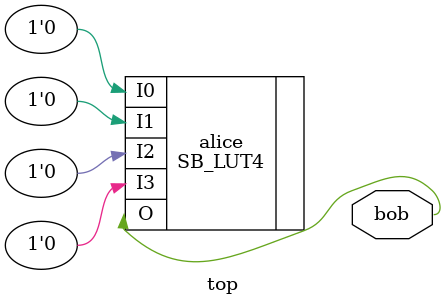
<source format=v>
module top(output bob);
	(* syn_noprune *)
	SB_LUT4 #(
		.LUT_INIT(16'b0000_0000_0000_0000)
	) alice (
		.I0(1'b0),
		.I1(1'b0),
		.I2(1'b0),
		.I3(1'b0),
		.O(bob)
	);
endmodule

</source>
